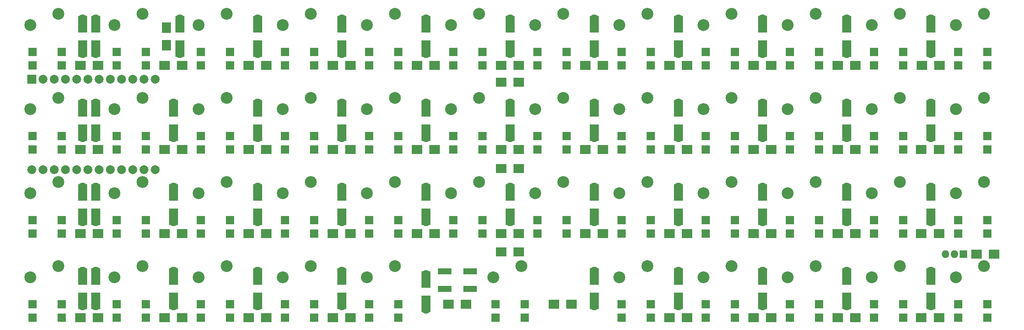
<source format=gbs>
G04 #@! TF.FileFunction,Soldermask,Bot*
%FSLAX46Y46*%
G04 Gerber Fmt 4.6, Leading zero omitted, Abs format (unit mm)*
G04 Created by KiCad (PCBNEW 4.0.7) date 07/31/18 08:33:26*
%MOMM*%
%LPD*%
G01*
G04 APERTURE LIST*
%ADD10C,0.100000*%
%ADD11R,2.100000X2.400000*%
%ADD12R,3.150000X1.400000*%
%ADD13C,2.686000*%
%ADD14R,2.000000X2.000000*%
%ADD15C,2.000000*%
%ADD16R,1.924000X1.924000*%
%ADD17R,1.750000X1.750000*%
%ADD18O,1.750000X1.750000*%
%ADD19R,2.100000X3.700000*%
%ADD20C,1.924000*%
%ADD21R,2.400000X2.000000*%
G04 APERTURE END LIST*
D10*
D11*
X67025000Y-42000000D03*
X67025000Y-38000000D03*
D12*
X135717000Y-97250000D03*
X129957000Y-97250000D03*
X129957000Y-93250000D03*
X135717000Y-93250000D03*
D13*
X61590000Y-34920000D03*
X55240000Y-37460000D03*
X80640000Y-34920000D03*
X74290000Y-37460000D03*
X99690000Y-34920000D03*
X93340000Y-37460000D03*
X118740000Y-34920000D03*
X112390000Y-37460000D03*
X137790000Y-34920000D03*
X131440000Y-37460000D03*
X156840000Y-34920000D03*
X150490000Y-37460000D03*
X175890000Y-34920000D03*
X169540000Y-37460000D03*
X194940000Y-34920000D03*
X188590000Y-37460000D03*
X213990000Y-34920000D03*
X207640000Y-37460000D03*
X233040000Y-34920000D03*
X226690000Y-37460000D03*
X252090000Y-34920000D03*
X245740000Y-37460000D03*
X42540000Y-53970000D03*
X36190000Y-56510000D03*
X61590000Y-53970000D03*
X55240000Y-56510000D03*
X80640000Y-53970000D03*
X74290000Y-56510000D03*
X99690000Y-53970000D03*
X93340000Y-56510000D03*
X118740000Y-53970000D03*
X112390000Y-56510000D03*
X137790000Y-53970000D03*
X131440000Y-56510000D03*
X156840000Y-53970000D03*
X150490000Y-56510000D03*
X175890000Y-53970000D03*
X169540000Y-56510000D03*
X194940000Y-53970000D03*
X188590000Y-56510000D03*
X213990000Y-53970000D03*
X207640000Y-56510000D03*
X233040000Y-53970000D03*
X226690000Y-56510000D03*
X252090000Y-53970000D03*
X245740000Y-56510000D03*
X42540000Y-73020000D03*
X36190000Y-75560000D03*
X61590000Y-73020000D03*
X55240000Y-75560000D03*
X80640000Y-73020000D03*
X74290000Y-75560000D03*
X99690000Y-73020000D03*
X93340000Y-75560000D03*
X118740000Y-73020000D03*
X112390000Y-75560000D03*
X137790000Y-73020000D03*
X131440000Y-75560000D03*
X156840000Y-73020000D03*
X150490000Y-75560000D03*
X175890000Y-73020000D03*
X169540000Y-75560000D03*
X194940000Y-73020000D03*
X188590000Y-75560000D03*
X213990000Y-73020000D03*
X207640000Y-75560000D03*
X233040000Y-73020000D03*
X226690000Y-75560000D03*
X252090000Y-73020000D03*
X245740000Y-75560000D03*
X42540000Y-92070000D03*
X36190000Y-94610000D03*
X61590000Y-92070000D03*
X55240000Y-94610000D03*
X80640000Y-92070000D03*
X74290000Y-94610000D03*
X99690000Y-92070000D03*
X93340000Y-94610000D03*
X118740000Y-92070000D03*
X112390000Y-94610000D03*
X147315000Y-92070000D03*
X140965000Y-94610000D03*
X175890000Y-92070000D03*
X169540000Y-94610000D03*
X194940000Y-92070000D03*
X188590000Y-94610000D03*
X213990000Y-92070000D03*
X207640000Y-94610000D03*
X233040000Y-92070000D03*
X226690000Y-94610000D03*
X252090000Y-92070000D03*
X245740000Y-94610000D03*
D14*
X36530000Y-49750000D03*
D15*
X39070000Y-49750000D03*
X41610000Y-49750000D03*
X44150000Y-49750000D03*
X46690000Y-49750000D03*
X49230000Y-49750000D03*
X51770000Y-49750000D03*
X54310000Y-49750000D03*
X56850000Y-49750000D03*
X59390000Y-49750000D03*
X61930000Y-49750000D03*
X64470000Y-49750000D03*
X64470000Y-70250000D03*
X61930000Y-70250000D03*
X59390000Y-70250000D03*
X56850000Y-70250000D03*
X54310000Y-70250000D03*
X51770000Y-70250000D03*
X49230000Y-70250000D03*
X46690000Y-70250000D03*
X44150000Y-70250000D03*
X41610000Y-70250000D03*
X39070000Y-70250000D03*
X36530000Y-70250000D03*
D13*
X42540000Y-34920000D03*
X36190000Y-37460000D03*
D16*
X43302000Y-46604000D03*
X43302000Y-43556000D03*
X36698000Y-46604000D03*
X36698000Y-43556000D03*
X62352000Y-46604000D03*
X62352000Y-43556000D03*
X55748000Y-46604000D03*
X55748000Y-43556000D03*
X81402000Y-46604000D03*
X81402000Y-43556000D03*
X74798000Y-46604000D03*
X74798000Y-43556000D03*
X100452000Y-46604000D03*
X100452000Y-43556000D03*
X93848000Y-46604000D03*
X93848000Y-43556000D03*
X119502000Y-46604000D03*
X119502000Y-43556000D03*
X112898000Y-46604000D03*
X112898000Y-43556000D03*
X138552000Y-46604000D03*
X138552000Y-43556000D03*
X131948000Y-46604000D03*
X131948000Y-43556000D03*
X157602000Y-46604000D03*
X157602000Y-43556000D03*
X150998000Y-46604000D03*
X150998000Y-43556000D03*
X176652000Y-46604000D03*
X176652000Y-43556000D03*
X170048000Y-46604000D03*
X170048000Y-43556000D03*
X195702000Y-46604000D03*
X195702000Y-43556000D03*
X189098000Y-46604000D03*
X189098000Y-43556000D03*
X214752000Y-46604000D03*
X214752000Y-43556000D03*
X208148000Y-46604000D03*
X208148000Y-43556000D03*
X233802000Y-46604000D03*
X233802000Y-43556000D03*
X227198000Y-46604000D03*
X227198000Y-43556000D03*
X252852000Y-46604000D03*
X252852000Y-43556000D03*
X246248000Y-46604000D03*
X246248000Y-43556000D03*
X43302000Y-65654000D03*
X43302000Y-62606000D03*
X36698000Y-65654000D03*
X36698000Y-62606000D03*
X62352000Y-65654000D03*
X62352000Y-62606000D03*
X55748000Y-65654000D03*
X55748000Y-62606000D03*
X81402000Y-65654000D03*
X81402000Y-62606000D03*
X74798000Y-65654000D03*
X74798000Y-62606000D03*
X100452000Y-65654000D03*
X100452000Y-62606000D03*
X93848000Y-65654000D03*
X93848000Y-62606000D03*
X119502000Y-65654000D03*
X119502000Y-62606000D03*
X112898000Y-65654000D03*
X112898000Y-62606000D03*
X138552000Y-65654000D03*
X138552000Y-62606000D03*
X131948000Y-65654000D03*
X131948000Y-62606000D03*
X157602000Y-65654000D03*
X157602000Y-62606000D03*
X150998000Y-65654000D03*
X150998000Y-62606000D03*
X176652000Y-65654000D03*
X176652000Y-62606000D03*
X170048000Y-65654000D03*
X170048000Y-62606000D03*
X195702000Y-65654000D03*
X195702000Y-62606000D03*
X189098000Y-65654000D03*
X189098000Y-62606000D03*
X214752000Y-65654000D03*
X214752000Y-62606000D03*
X208148000Y-65654000D03*
X208148000Y-62606000D03*
X233802000Y-65654000D03*
X233802000Y-62606000D03*
X227198000Y-65654000D03*
X227198000Y-62606000D03*
X252852000Y-65654000D03*
X252852000Y-62606000D03*
X246248000Y-65654000D03*
X246248000Y-62606000D03*
X43302000Y-84704000D03*
X43302000Y-81656000D03*
X36698000Y-84704000D03*
X36698000Y-81656000D03*
X62352000Y-84704000D03*
X62352000Y-81656000D03*
X55748000Y-84704000D03*
X55748000Y-81656000D03*
X81402000Y-84704000D03*
X81402000Y-81656000D03*
X74798000Y-84704000D03*
X74798000Y-81656000D03*
X100452000Y-84704000D03*
X100452000Y-81656000D03*
X93848000Y-84704000D03*
X93848000Y-81656000D03*
X119502000Y-84704000D03*
X119502000Y-81656000D03*
X112898000Y-84704000D03*
X112898000Y-81656000D03*
X138552000Y-84704000D03*
X138552000Y-81656000D03*
X131948000Y-84704000D03*
X131948000Y-81656000D03*
X157602000Y-84704000D03*
X157602000Y-81656000D03*
X150998000Y-84704000D03*
X150998000Y-81656000D03*
X176652000Y-84704000D03*
X176652000Y-81656000D03*
X170048000Y-84704000D03*
X170048000Y-81656000D03*
X195702000Y-84704000D03*
X195702000Y-81656000D03*
X189098000Y-84704000D03*
X189098000Y-81656000D03*
X214752000Y-84704000D03*
X214752000Y-81656000D03*
X208148000Y-84704000D03*
X208148000Y-81656000D03*
X233802000Y-84704000D03*
X233802000Y-81656000D03*
X227198000Y-84704000D03*
X227198000Y-81656000D03*
X252852000Y-84704000D03*
X252852000Y-81656000D03*
X246248000Y-84704000D03*
X246248000Y-81656000D03*
X43302000Y-103754000D03*
X43302000Y-100706000D03*
X36698000Y-103754000D03*
X36698000Y-100706000D03*
X62352000Y-103754000D03*
X62352000Y-100706000D03*
X55748000Y-103754000D03*
X55748000Y-100706000D03*
X81402000Y-103754000D03*
X81402000Y-100706000D03*
X74798000Y-103754000D03*
X74798000Y-100706000D03*
X100452000Y-103754000D03*
X100452000Y-100706000D03*
X93848000Y-103754000D03*
X93848000Y-100706000D03*
X119502000Y-103754000D03*
X119502000Y-100706000D03*
X112898000Y-103754000D03*
X112898000Y-100706000D03*
X148077000Y-103754000D03*
X148077000Y-100706000D03*
X141473000Y-103754000D03*
X141473000Y-100706000D03*
X176652000Y-103754000D03*
X176652000Y-100706000D03*
X170048000Y-103754000D03*
X170048000Y-100706000D03*
X195702000Y-103754000D03*
X195702000Y-100706000D03*
X189098000Y-103754000D03*
X189098000Y-100706000D03*
X214752000Y-103754000D03*
X214752000Y-100706000D03*
X208148000Y-103754000D03*
X208148000Y-100706000D03*
X233802000Y-103754000D03*
X233802000Y-100706000D03*
X227198000Y-103754000D03*
X227198000Y-100706000D03*
X252852000Y-103754000D03*
X252852000Y-100706000D03*
X246248000Y-103754000D03*
X246248000Y-100706000D03*
D17*
X247402000Y-89380000D03*
D18*
X245402000Y-89380000D03*
X243402000Y-89380000D03*
D19*
X240025000Y-61800000D03*
X240025000Y-56300000D03*
D20*
X240025000Y-63050000D03*
X240025000Y-55050000D03*
D19*
X48025000Y-42750000D03*
X48025000Y-37250000D03*
D20*
X48025000Y-44000000D03*
X48025000Y-36000000D03*
D19*
X51025000Y-42750000D03*
X51025000Y-37250000D03*
D20*
X51025000Y-44000000D03*
X51025000Y-36000000D03*
D19*
X70075000Y-42750000D03*
X70075000Y-37250000D03*
D20*
X70075000Y-44000000D03*
X70075000Y-36000000D03*
D19*
X87625000Y-42750000D03*
X87625000Y-37250000D03*
D20*
X87625000Y-44000000D03*
X87625000Y-36000000D03*
D19*
X106675000Y-42750000D03*
X106675000Y-37250000D03*
D20*
X106675000Y-44000000D03*
X106675000Y-36000000D03*
D19*
X125725000Y-42750000D03*
X125725000Y-37250000D03*
D20*
X125725000Y-44000000D03*
X125725000Y-36000000D03*
D19*
X144775000Y-42750000D03*
X144775000Y-37250000D03*
D20*
X144775000Y-44000000D03*
X144775000Y-36000000D03*
D19*
X163825000Y-42750000D03*
X163825000Y-37250000D03*
D20*
X163825000Y-44000000D03*
X163825000Y-36000000D03*
D19*
X182875000Y-42750000D03*
X182875000Y-37250000D03*
D20*
X182875000Y-44000000D03*
X182875000Y-36000000D03*
D19*
X201925000Y-42750000D03*
X201925000Y-37250000D03*
D20*
X201925000Y-44000000D03*
X201925000Y-36000000D03*
D19*
X220975000Y-42750000D03*
X220975000Y-37250000D03*
D20*
X220975000Y-44000000D03*
X220975000Y-36000000D03*
D19*
X240025000Y-42750000D03*
X240025000Y-37250000D03*
D20*
X240025000Y-44000000D03*
X240025000Y-36000000D03*
D19*
X48025000Y-61800000D03*
X48025000Y-56300000D03*
D20*
X48025000Y-63050000D03*
X48025000Y-55050000D03*
D19*
X51025000Y-61800000D03*
X51025000Y-56300000D03*
D20*
X51025000Y-63050000D03*
X51025000Y-55050000D03*
D19*
X68575000Y-61800000D03*
X68575000Y-56300000D03*
D20*
X68575000Y-63050000D03*
X68575000Y-55050000D03*
D19*
X87625000Y-61800000D03*
X87625000Y-56300000D03*
D20*
X87625000Y-63050000D03*
X87625000Y-55050000D03*
D19*
X106675000Y-61800000D03*
X106675000Y-56300000D03*
D20*
X106675000Y-63050000D03*
X106675000Y-55050000D03*
D19*
X125725000Y-61800000D03*
X125725000Y-56300000D03*
D20*
X125725000Y-63050000D03*
X125725000Y-55050000D03*
D19*
X144775000Y-61800000D03*
X144775000Y-56300000D03*
D20*
X144775000Y-63050000D03*
X144775000Y-55050000D03*
D19*
X163825000Y-61800000D03*
X163825000Y-56300000D03*
D20*
X163825000Y-63050000D03*
X163825000Y-55050000D03*
D19*
X182875000Y-61800000D03*
X182875000Y-56300000D03*
D20*
X182875000Y-63050000D03*
X182875000Y-55050000D03*
D19*
X201925000Y-61800000D03*
X201925000Y-56300000D03*
D20*
X201925000Y-63050000D03*
X201925000Y-55050000D03*
D19*
X220975000Y-61800000D03*
X220975000Y-56300000D03*
D20*
X220975000Y-63050000D03*
X220975000Y-55050000D03*
D19*
X48025000Y-80850000D03*
X48025000Y-75350000D03*
D20*
X48025000Y-82100000D03*
X48025000Y-74100000D03*
D19*
X51025000Y-80850000D03*
X51025000Y-75350000D03*
D20*
X51025000Y-82100000D03*
X51025000Y-74100000D03*
D19*
X68575000Y-80850000D03*
X68575000Y-75350000D03*
D20*
X68575000Y-82100000D03*
X68575000Y-74100000D03*
D19*
X87625000Y-80850000D03*
X87625000Y-75350000D03*
D20*
X87625000Y-82100000D03*
X87625000Y-74100000D03*
D19*
X106675000Y-80850000D03*
X106675000Y-75350000D03*
D20*
X106675000Y-82100000D03*
X106675000Y-74100000D03*
D19*
X125725000Y-80850000D03*
X125725000Y-75350000D03*
D20*
X125725000Y-82100000D03*
X125725000Y-74100000D03*
D19*
X144775000Y-80850000D03*
X144775000Y-75350000D03*
D20*
X144775000Y-82100000D03*
X144775000Y-74100000D03*
D19*
X163825000Y-80850000D03*
X163825000Y-75350000D03*
D20*
X163825000Y-82100000D03*
X163825000Y-74100000D03*
D19*
X182875000Y-80850000D03*
X182875000Y-75350000D03*
D20*
X182875000Y-82100000D03*
X182875000Y-74100000D03*
D19*
X201925000Y-80850000D03*
X201925000Y-75350000D03*
D20*
X201925000Y-82100000D03*
X201925000Y-74100000D03*
D19*
X220975000Y-80850000D03*
X220975000Y-75350000D03*
D20*
X220975000Y-82100000D03*
X220975000Y-74100000D03*
D19*
X240025000Y-80850000D03*
X240025000Y-75350000D03*
D20*
X240025000Y-82100000D03*
X240025000Y-74100000D03*
D19*
X48025000Y-99900000D03*
X48025000Y-94400000D03*
D20*
X48025000Y-101150000D03*
X48025000Y-93150000D03*
D19*
X51025000Y-99900000D03*
X51025000Y-94400000D03*
D20*
X51025000Y-101150000D03*
X51025000Y-93150000D03*
D19*
X68575000Y-99900000D03*
X68575000Y-94400000D03*
D20*
X68575000Y-101150000D03*
X68575000Y-93150000D03*
D19*
X87625000Y-99900000D03*
X87625000Y-94400000D03*
D20*
X87625000Y-101150000D03*
X87625000Y-93150000D03*
D19*
X106675000Y-99900000D03*
X106675000Y-94400000D03*
D20*
X106675000Y-101150000D03*
X106675000Y-93150000D03*
D19*
X125725000Y-100630000D03*
X125725000Y-95130000D03*
D20*
X125725000Y-101880000D03*
X125725000Y-93880000D03*
D19*
X163825000Y-99900000D03*
X163825000Y-94400000D03*
D20*
X163825000Y-101150000D03*
X163825000Y-93150000D03*
D19*
X182875000Y-99900000D03*
X182875000Y-94400000D03*
D20*
X182875000Y-101150000D03*
X182875000Y-93150000D03*
D19*
X201925000Y-99900000D03*
X201925000Y-94400000D03*
D20*
X201925000Y-101150000D03*
X201925000Y-93150000D03*
D19*
X220975000Y-99900000D03*
X220975000Y-94400000D03*
D20*
X220975000Y-101150000D03*
X220975000Y-93150000D03*
D19*
X240025000Y-99900000D03*
X240025000Y-94400000D03*
D20*
X240025000Y-101150000D03*
X240025000Y-93150000D03*
D21*
X158713000Y-100706000D03*
X154713000Y-100706000D03*
X250402000Y-89380000D03*
X254402000Y-89380000D03*
X241902000Y-103754000D03*
X237902000Y-103754000D03*
X222975000Y-103754000D03*
X218975000Y-103754000D03*
X203925000Y-103754000D03*
X199925000Y-103754000D03*
X184875000Y-103754000D03*
X180875000Y-103754000D03*
X134837000Y-100706000D03*
X130837000Y-100706000D03*
X108675000Y-103754000D03*
X104675000Y-103754000D03*
X89625000Y-103754000D03*
X85625000Y-103754000D03*
X70575000Y-103754000D03*
X66575000Y-103754000D03*
X51525000Y-103754000D03*
X47525000Y-103754000D03*
X146775000Y-88880000D03*
X142775000Y-88880000D03*
X241902000Y-84704000D03*
X237902000Y-84704000D03*
X222975000Y-84704000D03*
X218975000Y-84704000D03*
X203925000Y-84704000D03*
X199925000Y-84704000D03*
X184875000Y-84704000D03*
X180875000Y-84704000D03*
X165825000Y-84704000D03*
X161825000Y-84704000D03*
X146775000Y-84704000D03*
X142775000Y-84704000D03*
X127725000Y-84704000D03*
X123725000Y-84704000D03*
X108675000Y-84704000D03*
X104675000Y-84704000D03*
X89625000Y-84704000D03*
X85625000Y-84704000D03*
X70575000Y-84704000D03*
X66575000Y-84704000D03*
X51525000Y-84704000D03*
X47525000Y-84704000D03*
X146775000Y-70000000D03*
X142775000Y-70000000D03*
X241902000Y-65654000D03*
X237902000Y-65654000D03*
X222975000Y-65654000D03*
X218975000Y-65654000D03*
X203925000Y-65654000D03*
X199925000Y-65654000D03*
X184875000Y-65654000D03*
X180875000Y-65654000D03*
X165825000Y-65654000D03*
X161825000Y-65654000D03*
X146775000Y-65654000D03*
X142775000Y-65654000D03*
X127725000Y-65654000D03*
X123725000Y-65654000D03*
X108675000Y-65654000D03*
X104675000Y-65654000D03*
X89625000Y-65654000D03*
X85625000Y-65654000D03*
X70575000Y-65654000D03*
X66575000Y-65654000D03*
X51525000Y-65654000D03*
X47525000Y-65654000D03*
X146775000Y-50380000D03*
X142775000Y-50380000D03*
X242025000Y-46604000D03*
X238025000Y-46604000D03*
X222975000Y-46604000D03*
X218975000Y-46604000D03*
X203925000Y-46604000D03*
X199925000Y-46604000D03*
X184875000Y-46604000D03*
X180875000Y-46604000D03*
X165825000Y-46604000D03*
X161825000Y-46604000D03*
X146775000Y-46604000D03*
X142775000Y-46604000D03*
X127725000Y-46604000D03*
X123725000Y-46604000D03*
X108675000Y-46604000D03*
X104675000Y-46604000D03*
X89625000Y-46604000D03*
X85625000Y-46604000D03*
X70575000Y-46604000D03*
X66575000Y-46604000D03*
X51525000Y-46604000D03*
X47525000Y-46604000D03*
M02*

</source>
